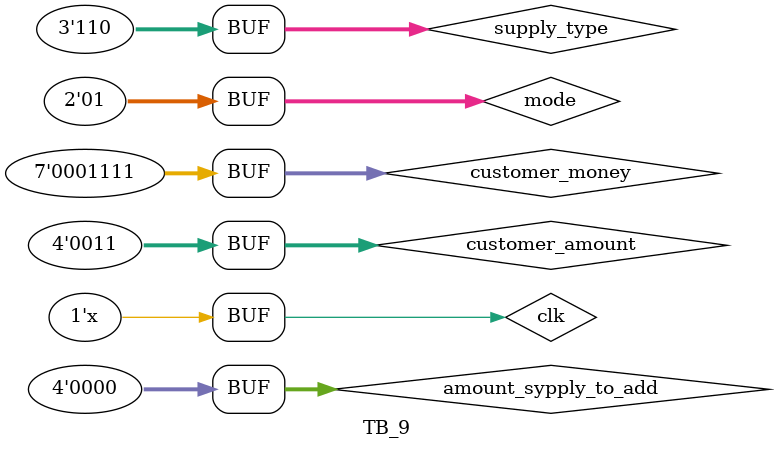
<source format=v>
`timescale 1ns / 1ps


module TB_9;

	// Inputs
	reg [1:0] mode;
	reg clk;
	reg [6:0] customer_money;
	reg [2:0] supply_type;
	reg [3:0] customer_amount;
	reg [3:0] amount_sypply_to_add;

	// Outputs
	wire [6:0] error;
	wire redLight;

	// Instantiate the Unit Under Test (UUT)
	Main uut (
		.mode(mode), 
		.clk(clk), 
		.customer_money(customer_money), 
		.supply_type(supply_type), 
		.customer_amount(customer_amount), 
		.amount_sypply_to_add(amount_sypply_to_add), 
		.error(error)
	);
	
	always #20 clk = ~clk;

	initial begin
		// Initialize Inputs
		mode = 1;
		clk = 0;
		customer_money = 20;
		supply_type = 0;
		customer_amount = 2;
		amount_sypply_to_add = 0;

		// Wait 100 ns for global reset to finish
		#100;
		
		customer_money = 10;
		supply_type = 1;
		customer_amount = 1;
		
		#100
		
		customer_money = 1;
		supply_type = 5;
		customer_amount = 4;
		
		#100
		
		customer_money = 15;
		supply_type = 6;
		customer_amount = 3;
        
		// Add stimulus here

	end
      
endmodule


</source>
